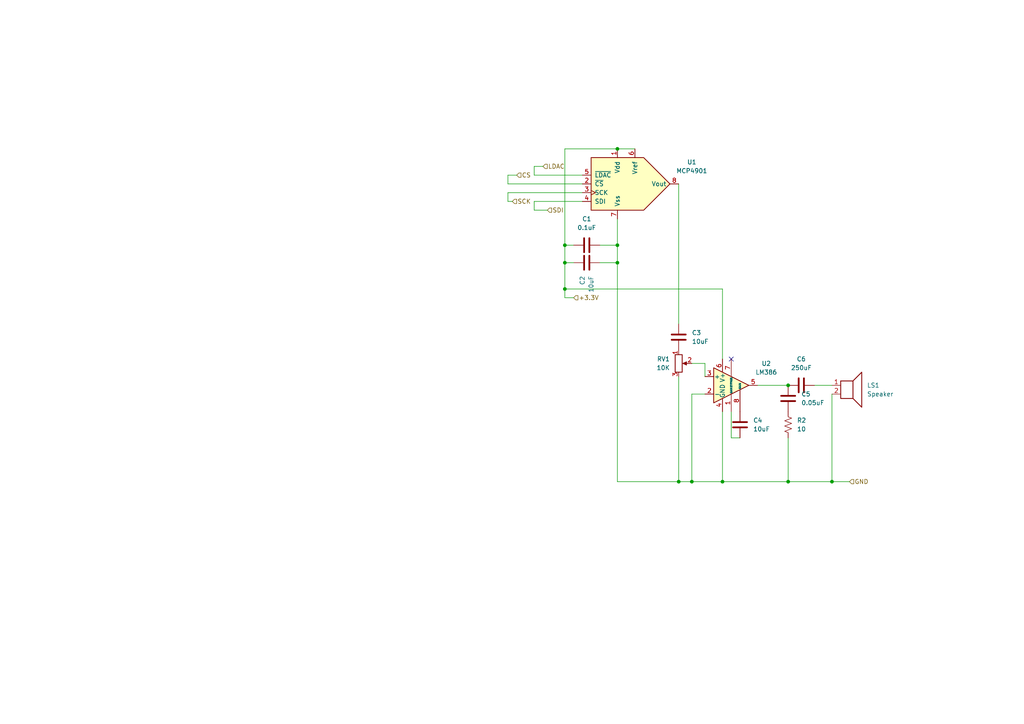
<source format=kicad_sch>
(kicad_sch (version 20231120) (generator "eeschema") (generator_version "8.0")
  (paper "A4")
  (lib_symbols
    (symbol "Amplifier_Audio:LM386" (pin_names (offset 0.127))
      (property "Reference" "U" (at 1.27 7.62 0))
      (property "Value" "LM386" (at 1.27 5.08 0))
      (symbol "LM386_0_1"
        (polyline (pts (xy 5.08 0) (xy -5.08 5.08) (xy -5.08 -5.08) (xy 5.08 0)) (stroke (width 0.254)) (fill (type background)))
      )
      (symbol "LM386_1_1"
        (pin input line (at 0 -7.62 90) (length 5.08) (name "GAIN") (number "1"))
        (pin input line (at -7.62 -2.54 0) (length 2.54) (name "-") (number "2"))
        (pin input line (at -7.62 2.54 0) (length 2.54) (name "+") (number "3"))
        (pin power_in line (at -2.54 -7.62 90) (length 3.81) (name "GND") (number "4"))
        (pin output line (at 7.62 0 180) (length 2.54) (name "~") (number "5"))
        (pin power_in line (at -2.54 7.62 270) (length 3.81) (name "V+") (number "6"))
        (pin input line (at 0 7.62 270) (length 5.08) (name "BYPASS") (number "7"))
        (pin input line (at 2.54 -7.62 90) (length 6.35) (name "GAIN") (number "8"))
      )
    )
    (symbol "Analog_DAC:MCP4901" (pin_names (offset 1.016))
      (property "Reference" "U" (at 6.35 10.795 0))
      (property "Value" "MCP4901" (at 6.35 8.89 0))
      (symbol "MCP4901_0_0"
        (polyline (pts (xy 15.24 0) (xy 7.62 7.62) (xy -7.62 7.62) (xy -7.62 -7.62) (xy 7.62 -7.62) (xy 15.24 0)) (stroke (width 0.254)) (fill (type background)))
      )
      (symbol "MCP4901_1_1"
        (pin power_in line (at 0 10.16 270) (length 2.54) (name "Vdd") (number "1"))
        (pin input line (at -10.16 0 0) (length 2.54) (name "~{CS}") (number "2"))
        (pin input clock (at -10.16 -2.54 0) (length 2.54) (name "SCK") (number "3"))
        (pin input line (at -10.16 -5.08 0) (length 2.54) (name "SDI") (number "4"))
        (pin input line (at -10.16 2.54 0) (length 2.54) (name "~{LDAC}") (number "5"))
        (pin power_in line (at 5.08 10.16 270) (length 2.54) (name "Vref") (number "6"))
        (pin power_in line (at 0 -10.16 90) (length 2.54) (name "Vss") (number "7"))
        (pin output line (at 17.78 0 180) (length 2.54) (name "Vout") (number "8"))
      )
    )
    (symbol "Device:C" (pin_numbers hide) (pin_names (offset 0.254))
      (property "Reference" "C" (at 0.635 2.54 0))
      (property "Value" "C" (at 0.635 -2.54 0))
      (symbol "C_0_1"
        (polyline (pts (xy -2.032 -0.762) (xy 2.032 -0.762)) (stroke (width 0.508)))
        (polyline (pts (xy -2.032 0.762) (xy 2.032 0.762)) (stroke (width 0.508)))
      )
      (symbol "C_1_1"
        (pin passive line (at 0 3.81 270) (length 2.794) (name "~") (number "1"))
        (pin passive line (at 0 -3.81 90) (length 2.794) (name "~") (number "2"))
      )
    )
    (symbol "Device:R_Potentiometer" (pin_names (offset 1.016) hide)
      (property "Reference" "RV" (at -4.445 0 90))
      (property "Value" "R_Potentiometer" (at -2.54 0 90))
      (symbol "R_Potentiometer_0_1"
        (polyline (pts (xy 2.54 0) (xy 1.524 0)))
        (polyline (pts (xy 1.143 0) (xy 2.286 0.508) (xy 2.286 -0.508) (xy 1.143 0)) (fill (type outline)))
        (rectangle (start 1.016 2.54) (end -1.016 -2.54) (stroke (width 0.254)))
      )
      (symbol "R_Potentiometer_1_1"
        (pin passive line (at 0 3.81 270) (length 1.27) (name "1") (number "1"))
        (pin passive line (at 3.81 0 180) (length 1.27) (name "2") (number "2"))
        (pin passive line (at 0 -3.81 90) (length 1.27) (name "3") (number "3"))
      )
    )
    (symbol "Device:R_US" (pin_numbers hide) (pin_names (offset 0))
      (property "Reference" "R" (at 2.54 0 90))
      (property "Value" "R_US" (at -2.54 0 90))
      (symbol "R_US_0_1"
        (polyline (pts (xy 0 -2.286) (xy 0 -2.54)))
        (polyline (pts (xy 0 2.286) (xy 0 2.54)))
        (polyline (pts (xy 0 -0.762) (xy 1.016 -1.143) (xy 0 -1.524) (xy -1.016 -1.905) (xy 0 -2.286)))
        (polyline (pts (xy 0 0.762) (xy 1.016 0.381) (xy 0 0) (xy -1.016 -0.381) (xy 0 -0.762)))
        (polyline (pts (xy 0 2.286) (xy 1.016 1.905) (xy 0 1.524) (xy -1.016 1.143) (xy 0 0.762)))
      )
      (symbol "R_US_1_1"
        (pin passive line (at 0 3.81 270) (length 1.27) (name "~") (number "1"))
        (pin passive line (at 0 -3.81 90) (length 1.27) (name "~") (number "2"))
      )
    )
    (symbol "Device:Speaker" (pin_names (offset 0) hide)
      (property "Reference" "LS" (at 1.27 5.715 0))
      (property "Value" "Speaker" (at 1.27 3.81 0))
      (symbol "Speaker_0_0"
        (rectangle (start -2.54 1.27) (end 1.016 -3.81) (stroke (width 0.254)))
        (polyline (pts (xy 1.016 1.27) (xy 3.556 3.81) (xy 3.556 -6.35) (xy 1.016 -3.81)) (stroke (width 0.254)))
      )
      (symbol "Speaker_1_1"
        (pin input line (at -5.08 0 0) (length 2.54) (name "1") (number "1"))
        (pin input line (at -5.08 -2.54 0) (length 2.54) (name "2") (number "2"))
      )
    )
  )
  (junction (at 163.83 83.82))
  (junction (at 163.83 76.2))
  (junction (at 228.6 139.7))
  (junction (at 179.07 76.2))
  (junction (at 228.6 111.76))
  (junction (at 179.07 71.12))
  (junction (at 200.66 139.7))
  (junction (at 163.83 71.12))
  (junction (at 196.85 139.7))
  (junction (at 241.3 139.7))
  (junction (at 179.07 43.18))
  (junction (at 209.55 139.7))
  (no_connect (at 212.09 104.14))
  (wire (pts (xy 204.47 105.41) (xy 204.47 109.22)))
  (wire (pts (xy 154.94 58.42) (xy 168.91 58.42)))
  (wire (pts (xy 241.3 139.7) (xy 228.6 139.7)))
  (wire (pts (xy 209.55 83.82) (xy 209.55 104.14)))
  (wire (pts (xy 163.83 86.36) (xy 166.37 86.36)))
  (wire (pts (xy 196.85 109.22) (xy 196.85 139.7)))
  (wire (pts (xy 179.07 63.5) (xy 179.07 71.12)))
  (wire (pts (xy 219.71 111.76) (xy 228.6 111.76)))
  (wire (pts (xy 163.83 76.2) (xy 163.83 83.82)))
  (wire (pts (xy 200.66 114.3) (xy 204.47 114.3)))
  (wire (pts (xy 163.83 83.82) (xy 209.55 83.82)))
  (wire (pts (xy 212.09 127) (xy 214.63 127)))
  (wire (pts (xy 209.55 119.38) (xy 209.55 139.7)))
  (wire (pts (xy 179.07 76.2) (xy 179.07 139.7)))
  (wire (pts (xy 163.83 71.12) (xy 166.37 71.12)))
  (wire (pts (xy 163.83 43.18) (xy 163.83 71.12)))
  (wire (pts (xy 147.32 55.88) (xy 168.91 55.88)))
  (wire (pts (xy 200.66 105.41) (xy 204.47 105.41)))
  (wire (pts (xy 196.85 139.7) (xy 200.66 139.7)))
  (wire (pts (xy 241.3 139.7) (xy 246.38 139.7)))
  (wire (pts (xy 147.32 50.8) (xy 147.32 53.34)))
  (wire (pts (xy 157.48 48.26) (xy 154.94 48.26)))
  (wire (pts (xy 179.07 71.12) (xy 179.07 76.2)))
  (wire (pts (xy 228.6 127) (xy 228.6 139.7)))
  (wire (pts (xy 154.94 60.96) (xy 154.94 58.42)))
  (wire (pts (xy 154.94 60.96) (xy 158.75 60.96)))
  (wire (pts (xy 184.15 43.18) (xy 179.07 43.18)))
  (wire (pts (xy 154.94 48.26) (xy 154.94 50.8)))
  (wire (pts (xy 163.83 83.82) (xy 163.83 86.36)))
  (wire (pts (xy 147.32 50.8) (xy 149.86 50.8)))
  (wire (pts (xy 200.66 114.3) (xy 200.66 139.7)))
  (wire (pts (xy 163.83 76.2) (xy 166.37 76.2)))
  (wire (pts (xy 173.99 76.2) (xy 179.07 76.2)))
  (wire (pts (xy 241.3 114.3) (xy 241.3 139.7)))
  (wire (pts (xy 212.09 119.38) (xy 212.09 127)))
  (wire (pts (xy 163.83 71.12) (xy 163.83 76.2)))
  (wire (pts (xy 173.99 71.12) (xy 179.07 71.12)))
  (wire (pts (xy 236.22 111.76) (xy 241.3 111.76)))
  (wire (pts (xy 179.07 139.7) (xy 196.85 139.7)))
  (wire (pts (xy 147.32 58.42) (xy 147.32 55.88)))
  (wire (pts (xy 147.32 53.34) (xy 168.91 53.34)))
  (wire (pts (xy 228.6 139.7) (xy 209.55 139.7)))
  (wire (pts (xy 200.66 139.7) (xy 209.55 139.7)))
  (wire (pts (xy 163.83 43.18) (xy 179.07 43.18)))
  (wire (pts (xy 147.32 58.42) (xy 148.59 58.42)))
  (wire (pts (xy 154.94 50.8) (xy 168.91 50.8)))
  (wire (pts (xy 196.85 53.34) (xy 196.85 93.98)))
  (hierarchical_label "LDAC" (shape input) (at 157.48 48.26 0))
  (hierarchical_label "CS" (shape input) (at 149.86 50.8 0))
  (hierarchical_label "GND" (shape input) (at 246.38 139.7 0))
  (hierarchical_label "SCK" (shape input) (at 148.59 58.42 0))
  (hierarchical_label "+3.3V" (shape input) (at 166.37 86.36 0))
  (hierarchical_label "SDI" (shape input) (at 158.75 60.96 0))
  (symbol (lib_id "Device:C") (at 170.18 71.12 90) (unit 1)
    (property "Reference" "C1" (at 170.18 63.5 90))
    (property "Value" "0.1uF" (at 170.18 66.04 90))
    (property "Footprint" "Capacitor_SMD:C_0201_0603Metric_Pad0.64x0.40mm_HandSolder" (effects (hide yes)))
    (property "Datasheet" "https://www.mouser.com/datasheet/2/585/MLCC-1837944.pdf" (effects (hide yes)))
    (property "Description" "Unpolarized capacitor" (effects (hide yes)))
  )
  (symbol (lib_id "Analog_DAC:MCP4901") (at 179.07 53.34 0) (unit 1)
    (property "Reference" "U1" (at 200.66 47.0214 0))
    (property "Value" "MCP4901" (at 200.66 49.5614 0))
    (property "Footprint" "Package_SO:SOIC-8-N7_3.9x4.9mm_P1.27mm" (effects (hide yes)))
    (property "Datasheet" "http://ww1.microchip.com/downloads/en/DeviceDoc/22248a.pdf" (effects (hide yes)))
    (property "Description" "8-Bit D/A Converters with SPI Interface" (effects (hide yes)))
  )
  (symbol (lib_id "Device:C") (at 170.18 76.2 90) (mirror x) (unit 1)
    (property "Reference" "C2" (at 168.9099 80.01 0) (effects (justify left)))
    (property "Value" "10uF" (at 171.4499 80.01 0) (effects (justify left)))
    (property "Footprint" "Capacitor_SMD:C_0201_0603Metric_Pad0.64x0.40mm_HandSolder" (effects (hide yes)))
    (property "Datasheet" "https://www.mouser.com/datasheet/2/585/MLCC-1837944.pdf" (effects (hide yes)))
    (property "Description" "Unpolarized capacitor" (effects (hide yes)))
  )
  (symbol (lib_id "Device:R_US") (at 228.6 123.19 0) (unit 1)
    (property "Reference" "R2" (at 231.14 121.9199 0) (effects (justify left)))
    (property "Value" "10" (at 231.14 124.4599 0) (effects (justify left)))
    (property "Footprint" "Resistor_SMD:R_1812_4532Metric" (effects (hide yes)))
    (property "Description" "Resistor, US symbol" (effects (hide yes)))
  )
  (symbol (lib_id "Device:R_Potentiometer") (at 196.85 105.41 0) (unit 1)
    (property "Reference" "RV1" (at 194.31 104.1399 0) (effects (justify right)))
    (property "Value" "10K" (at 194.31 106.6799 0) (effects (justify right)))
    (property "Footprint" "Connector_Molex:Molex_Pico-Clasp_202396-0307_1x03-1MP_P1.00mm_Horizontal" (effects (hide yes)))
    (property "Description" "Potentiometer" (effects (hide yes)))
  )
  (symbol (lib_id "Device:C") (at 196.85 97.79 0) (unit 1)
    (property "Reference" "C3" (at 200.66 96.5199 0) (effects (justify left)))
    (property "Value" "10uF" (at 200.66 99.0599 0) (effects (justify left)))
    (property "Footprint" "Capacitor_SMD:C_0201_0603Metric_Pad0.64x0.40mm_HandSolder" (effects (hide yes)))
    (property "Datasheet" "https://www.mouser.com/datasheet/2/585/MLCC-1837944.pdf" (effects (hide yes)))
    (property "Description" "Unpolarized capacitor" (effects (hide yes)))
  )
  (symbol (lib_id "Device:C") (at 228.6 115.57 0) (unit 1)
    (property "Reference" "C5" (at 232.41 114.2999 0) (effects (justify left)))
    (property "Value" "0.05uF" (at 232.41 116.8399 0) (effects (justify left)))
    (property "Footprint" "Capacitor_SMD:C_0805_2012Metric" (effects (hide yes)))
    (property "Description" "Unpolarized capacitor" (effects (hide yes)))
  )
  (symbol (lib_id "Device:Speaker") (at 246.38 111.76 0) (unit 1)
    (property "Reference" "LS1" (at 251.46 111.7599 0) (effects (justify left)))
    (property "Value" "Speaker" (at 251.46 114.2999 0) (effects (justify left)))
    (property "Footprint" "Connector_Molex:Molex_Pico-Clasp_501331-0207_1x02-1MP_P1.00mm_Vertical" (effects (hide yes)))
    (property "Description" "Speaker" (effects (hide yes)))
  )
  (symbol (lib_id "Amplifier_Audio:LM386") (at 212.09 111.76 0) (unit 1)
    (property "Reference" "U2" (at 222.25 105.4414 0))
    (property "Value" "LM386" (at 222.25 107.9814 0))
    (property "Footprint" "Package_SO:SOIC-8-N7_3.9x4.9mm_P1.27mm" (effects (hide yes)))
    (property "Datasheet" "http://www.ti.com/lit/ds/symlink/lm386.pdf" (effects (hide yes)))
    (property "Description" "Low Voltage Audio Power Amplifier, DIP-8/SOIC-8/SSOP-8" (effects (hide yes)))
  )
  (symbol (lib_id "Device:C") (at 214.63 123.19 0) (unit 1)
    (property "Reference" "C4" (at 218.44 121.9199 0) (effects (justify left)))
    (property "Value" "10uF" (at 218.44 124.4599 0) (effects (justify left)))
    (property "Footprint" "Capacitor_SMD:C_0201_0603Metric_Pad0.64x0.40mm_HandSolder" (effects (hide yes)))
    (property "Description" "Unpolarized capacitor" (effects (hide yes)))
  )
  (symbol (lib_id "Device:C") (at 232.41 111.76 90) (unit 1)
    (property "Reference" "C6" (at 232.41 104.14 90))
    (property "Value" "250uF" (at 232.41 106.68 90))
    (property "Footprint" "Capacitor_THT:CP_Axial_L34.5mm_D20.0mm_P41.00mm_Horizontal" (effects (hide yes)))
    (property "Description" "Unpolarized capacitor" (effects (hide yes)))
  )
)
</source>
